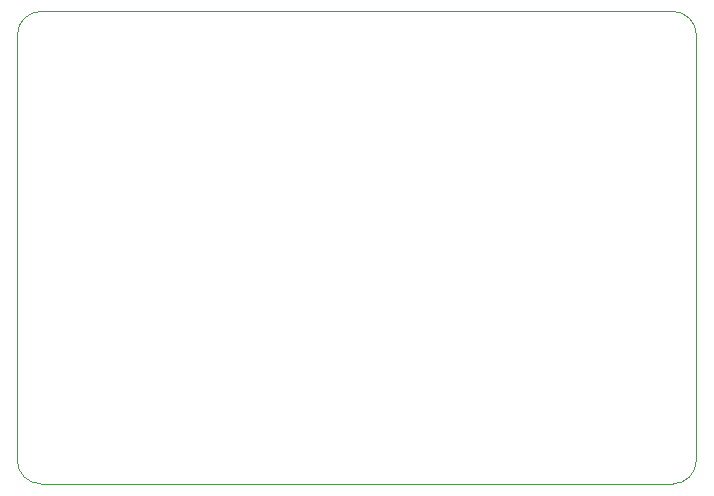
<source format=gbr>
%TF.GenerationSoftware,KiCad,Pcbnew,9.0.0*%
%TF.CreationDate,2025-03-28T15:43:29+07:00*%
%TF.ProjectId,PIC18F27Q43_OLED_Board,50494331-3846-4323-9751-34335f4f4c45,rev?*%
%TF.SameCoordinates,Original*%
%TF.FileFunction,Profile,NP*%
%FSLAX46Y46*%
G04 Gerber Fmt 4.6, Leading zero omitted, Abs format (unit mm)*
G04 Created by KiCad (PCBNEW 9.0.0) date 2025-03-28 15:43:29*
%MOMM*%
%LPD*%
G01*
G04 APERTURE LIST*
%TA.AperFunction,Profile*%
%ADD10C,0.050000*%
%TD*%
G04 APERTURE END LIST*
D10*
X147500000Y-122500000D02*
X94000000Y-122500000D01*
X92000000Y-84500000D02*
G75*
G02*
X94000000Y-82500000I2000000J0D01*
G01*
X92000000Y-120500000D02*
X92000000Y-84500000D01*
X149500000Y-120500000D02*
G75*
G02*
X147500000Y-122500000I-2000000J0D01*
G01*
X149500000Y-84500000D02*
X149500000Y-120500000D01*
X147500000Y-82500000D02*
G75*
G02*
X149500000Y-84500000I0J-2000000D01*
G01*
X94000000Y-122500000D02*
G75*
G02*
X92000000Y-120500000I0J2000000D01*
G01*
X94000000Y-82500000D02*
X147500000Y-82500000D01*
M02*

</source>
